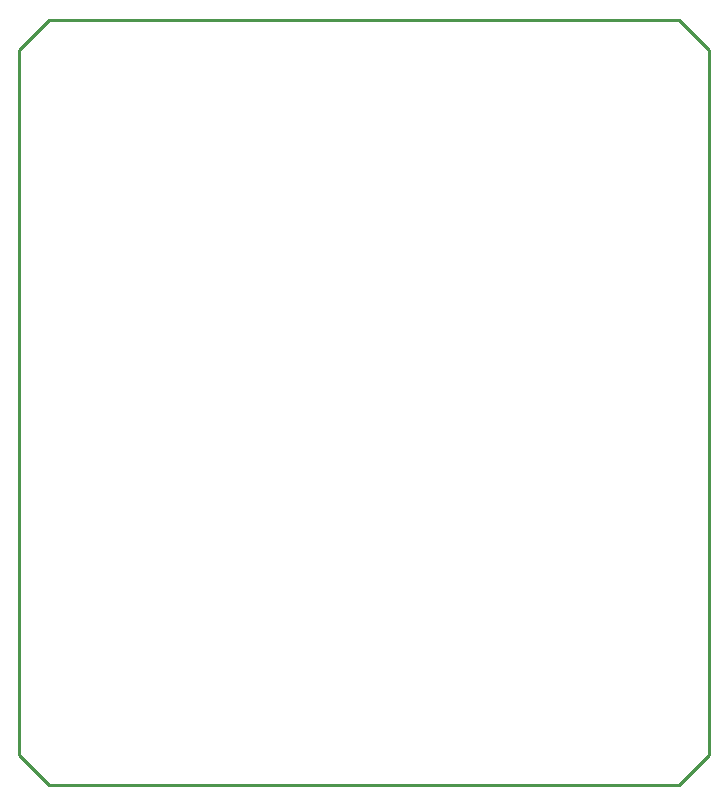
<source format=gbr>
G04 EAGLE Gerber RS-274X export*
G75*
%MOMM*%
%FSLAX34Y34*%
%LPD*%
%IN*%
%IPPOS*%
%AMOC8*
5,1,8,0,0,1.08239X$1,22.5*%
G01*
%ADD10C,0.254000*%


D10*
X0Y152400D02*
X25400Y127000D01*
X558800Y127000D01*
X584200Y152400D01*
X584200Y749300D01*
X558800Y774700D01*
X25400Y774700D01*
X0Y749300D01*
X0Y152400D01*
M02*

</source>
